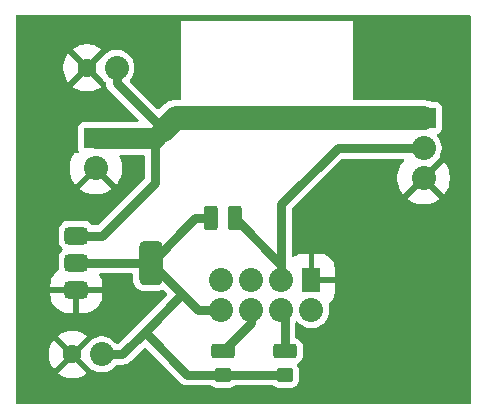
<source format=gbr>
%TF.GenerationSoftware,KiCad,Pcbnew,9.0.6-9.0.6~ubuntu24.04.1*%
%TF.CreationDate,2025-12-31T19:02:38+05:30*%
%TF.ProjectId,wled-esp01-controller,776c6564-2d65-4737-9030-312d636f6e74,rev?*%
%TF.SameCoordinates,PX5ee3fe0PY57f9f90*%
%TF.FileFunction,Copper,L2,Bot*%
%TF.FilePolarity,Positive*%
%FSLAX46Y46*%
G04 Gerber Fmt 4.6, Leading zero omitted, Abs format (unit mm)*
G04 Created by KiCad (PCBNEW 9.0.6-9.0.6~ubuntu24.04.1) date 2025-12-31 19:02:38*
%MOMM*%
%LPD*%
G01*
G04 APERTURE LIST*
G04 Aperture macros list*
%AMRoundRect*
0 Rectangle with rounded corners*
0 $1 Rounding radius*
0 $2 $3 $4 $5 $6 $7 $8 $9 X,Y pos of 4 corners*
0 Add a 4 corners polygon primitive as box body*
4,1,4,$2,$3,$4,$5,$6,$7,$8,$9,$2,$3,0*
0 Add four circle primitives for the rounded corners*
1,1,$1+$1,$2,$3*
1,1,$1+$1,$4,$5*
1,1,$1+$1,$6,$7*
1,1,$1+$1,$8,$9*
0 Add four rect primitives between the rounded corners*
20,1,$1+$1,$2,$3,$4,$5,0*
20,1,$1+$1,$4,$5,$6,$7,0*
20,1,$1+$1,$6,$7,$8,$9,0*
20,1,$1+$1,$8,$9,$2,$3,0*%
G04 Aperture macros list end*
%TA.AperFunction,SMDPad,CuDef*%
%ADD10RoundRect,0.250000X0.450000X-0.350000X0.450000X0.350000X-0.450000X0.350000X-0.450000X-0.350000X0*%
%TD*%
%TA.AperFunction,SMDPad,CuDef*%
%ADD11RoundRect,0.250000X0.770000X-0.350000X0.770000X0.350000X-0.770000X0.350000X-0.770000X-0.350000X0*%
%TD*%
%TA.AperFunction,ComponentPad*%
%ADD12R,2.040000X1.700000*%
%TD*%
%TA.AperFunction,ComponentPad*%
%ADD13C,2.040000*%
%TD*%
%TA.AperFunction,ComponentPad*%
%ADD14C,1.600000*%
%TD*%
%TA.AperFunction,SMDPad,CuDef*%
%ADD15RoundRect,0.375000X-0.625000X-0.375000X0.625000X-0.375000X0.625000X0.375000X-0.625000X0.375000X0*%
%TD*%
%TA.AperFunction,SMDPad,CuDef*%
%ADD16RoundRect,0.500000X-0.500000X-1.400000X0.500000X-1.400000X0.500000X1.400000X-0.500000X1.400000X0*%
%TD*%
%TA.AperFunction,ComponentPad*%
%ADD17R,1.508000X2.040000*%
%TD*%
%TA.AperFunction,SMDPad,CuDef*%
%ADD18RoundRect,0.250000X0.350000X0.770000X-0.350000X0.770000X-0.350000X-0.770000X0.350000X-0.770000X0*%
%TD*%
%TA.AperFunction,Conductor*%
%ADD19C,2.040000*%
%TD*%
%TA.AperFunction,Conductor*%
%ADD20C,1.800000*%
%TD*%
%TA.AperFunction,Conductor*%
%ADD21C,0.770000*%
%TD*%
G04 APERTURE END LIST*
D10*
%TO.P,R2,1*%
%TO.N,/3.3V*%
X22750000Y2500000D03*
D11*
%TO.P,R2,2*%
%TO.N,Net-(U2-CH_PD)*%
X22750000Y4500000D03*
%TD*%
D10*
%TO.P,R1,1*%
%TO.N,/3.3V*%
X17500000Y2500000D03*
D11*
%TO.P,R1,2*%
%TO.N,Net-(U2-~{RST})*%
X17500000Y4500000D03*
%TD*%
D12*
%TO.P,J2,1,Pin_1*%
%TO.N,+5V*%
X34500000Y24250000D03*
D13*
%TO.P,J2,2,Pin_2*%
%TO.N,WledData*%
X34500000Y21710000D03*
%TO.P,J2,3,Pin_3*%
%TO.N,GND*%
X34500000Y19170000D03*
%TD*%
%TO.P,C1,1*%
%TO.N,+5V*%
X8500000Y28500000D03*
D14*
%TO.P,C1,2*%
%TO.N,GND*%
X6000000Y28500000D03*
%TD*%
D15*
%TO.P,U1,1,GND*%
%TO.N,GND*%
X5100000Y9700000D03*
%TO.P,U1,2,VO*%
%TO.N,/3.3V*%
X5100000Y12000000D03*
D16*
X11400000Y12000000D03*
D15*
%TO.P,U1,3,VI*%
%TO.N,+5V*%
X5100000Y14300000D03*
%TD*%
D17*
%TO.P,U2,1,GND*%
%TO.N,GND*%
X25005000Y10540000D03*
D13*
%TO.P,U2,2,GPIO2*%
%TO.N,WledData*%
X22465000Y10540000D03*
%TO.P,U2,3,GPIO0*%
%TO.N,unconnected-(U2-GPIO0-Pad3)*%
X19925000Y10540000D03*
%TO.P,U2,4,RXD*%
%TO.N,unconnected-(U2-RXD-Pad4)*%
X17385000Y10540000D03*
%TO.P,U2,5,VCC*%
%TO.N,/3.3V*%
X17385000Y8000000D03*
%TO.P,U2,6,~{RST}*%
%TO.N,Net-(U2-~{RST})*%
X19925000Y8000000D03*
%TO.P,U2,7,CH_PD*%
%TO.N,Net-(U2-CH_PD)*%
X22465000Y8000000D03*
%TO.P,U2,8,TXD*%
%TO.N,unconnected-(U2-TXD-Pad8)*%
X25005000Y8000000D03*
%TD*%
D18*
%TO.P,R3,1*%
%TO.N,WledData*%
X18500000Y15750000D03*
%TO.P,R3,2*%
%TO.N,/3.3V*%
X16500000Y15750000D03*
%TD*%
D12*
%TO.P,J1,1,Pin_1*%
%TO.N,+5V*%
X6750000Y22540000D03*
D13*
%TO.P,J1,2,Pin_2*%
%TO.N,GND*%
X6750000Y20000000D03*
%TD*%
%TO.P,C2,1*%
%TO.N,/3.3V*%
X7250000Y4250000D03*
D14*
%TO.P,C2,2*%
%TO.N,GND*%
X4750000Y4250000D03*
%TD*%
D19*
%TO.N,+5V*%
X13500000Y24250000D02*
X34500000Y24250000D01*
D20*
X6750000Y22540000D02*
X11790000Y22540000D01*
D21*
X5100000Y14300000D02*
X7300000Y14300000D01*
X8500000Y27250000D02*
X12500000Y23250000D01*
D19*
X12500000Y23250000D02*
X13500000Y24250000D01*
D21*
X7300000Y14300000D02*
X11790000Y18790000D01*
X8500000Y28500000D02*
X8500000Y27250000D01*
X11790000Y18790000D02*
X11790000Y22540000D01*
X11790000Y22540000D02*
X12500000Y23250000D01*
%TO.N,WledData*%
X27290000Y21710000D02*
X34500000Y21710000D01*
X22465000Y16965000D02*
X27250000Y21750000D01*
X22465000Y10540000D02*
X22465000Y16965000D01*
X27250000Y21750000D02*
X27290000Y21710000D01*
X18500000Y15750000D02*
X22465000Y11785000D01*
X22465000Y11785000D02*
X22465000Y10540000D01*
%TO.N,/3.3V*%
X14500000Y2500000D02*
X10875000Y6125000D01*
X17500000Y2500000D02*
X14500000Y2500000D01*
X15150000Y15750000D02*
X16500000Y15750000D01*
X15400000Y8000000D02*
X14075000Y9325000D01*
X5100000Y12000000D02*
X11400000Y12000000D01*
X7250000Y4250000D02*
X9000000Y4250000D01*
X14075000Y9325000D02*
X11400000Y12000000D01*
X17500000Y2500000D02*
X22750000Y2500000D01*
X11400000Y12000000D02*
X15150000Y15750000D01*
X10875000Y6125000D02*
X14075000Y9325000D01*
X9000000Y4250000D02*
X10875000Y6125000D01*
X17385000Y8000000D02*
X15400000Y8000000D01*
%TO.N,Net-(U2-~{RST})*%
X17500000Y4500000D02*
X19925000Y6925000D01*
X19925000Y6925000D02*
X19925000Y8000000D01*
%TO.N,Net-(U2-CH_PD)*%
X22750000Y4500000D02*
X22750000Y7715000D01*
X22750000Y7715000D02*
X22465000Y8000000D01*
%TD*%
%TA.AperFunction,Conductor*%
%TO.N,GND*%
G36*
X6220111Y20867597D02*
G01*
X6264458Y20839096D01*
X6620591Y20482963D01*
X6557007Y20465925D01*
X6442993Y20400099D01*
X6349901Y20307007D01*
X6284075Y20192993D01*
X6267037Y20129409D01*
X5910904Y20485542D01*
X5877419Y20546865D01*
X5882403Y20616557D01*
X5910904Y20660904D01*
X6089096Y20839096D01*
X6150419Y20872581D01*
X6220111Y20867597D01*
G37*
%TD.AperFunction*%
%TA.AperFunction,Conductor*%
G36*
X38442539Y32979815D02*
G01*
X38488294Y32927011D01*
X38499500Y32875500D01*
X38499500Y124500D01*
X38479815Y57461D01*
X38427011Y11706D01*
X38375500Y500D01*
X124500Y500D01*
X57461Y20185D01*
X11706Y72989D01*
X500Y124500D01*
X500Y4381095D01*
X2750000Y4381095D01*
X2750000Y4118906D01*
X2784220Y3858991D01*
X2784222Y3858980D01*
X2852075Y3605745D01*
X2952404Y3363529D01*
X2952409Y3363518D01*
X3083488Y3136484D01*
X3083494Y3136476D01*
X3170080Y3023635D01*
X4350000Y4203555D01*
X4350000Y4197339D01*
X4377259Y4095606D01*
X4429920Y4004394D01*
X4504394Y3929920D01*
X4595606Y3877259D01*
X4697339Y3850000D01*
X4703553Y3850000D01*
X3523633Y2670083D01*
X3523633Y2670082D01*
X3636475Y2583495D01*
X3636483Y2583489D01*
X3863517Y2452410D01*
X3863528Y2452405D01*
X4105744Y2352076D01*
X4358979Y2284223D01*
X4358990Y2284221D01*
X4618905Y2250001D01*
X4618920Y2250000D01*
X4881080Y2250000D01*
X4881094Y2250001D01*
X5141009Y2284221D01*
X5141020Y2284223D01*
X5394255Y2352076D01*
X5636471Y2452405D01*
X5636482Y2452410D01*
X5863516Y2583489D01*
X5863534Y2583501D01*
X5976365Y2670081D01*
X5976365Y2670083D01*
X4796447Y3850000D01*
X4802661Y3850000D01*
X4904394Y3877259D01*
X4995606Y3929920D01*
X5070080Y4004394D01*
X5122741Y4095606D01*
X5150000Y4197339D01*
X5150000Y4203553D01*
X6073054Y3280499D01*
X6085690Y3265704D01*
X6090222Y3259467D01*
X6090229Y3259458D01*
X6180351Y3169337D01*
X6259461Y3090227D01*
X6259464Y3090225D01*
X6265701Y3085693D01*
X6326009Y3041878D01*
X6453084Y2949552D01*
X6550295Y2900020D01*
X6666325Y2840899D01*
X6666327Y2840899D01*
X6666330Y2840897D01*
X6893949Y2766939D01*
X7015735Y2747651D01*
X7130329Y2729500D01*
X7130334Y2729500D01*
X7369671Y2729500D01*
X7474135Y2746047D01*
X7606051Y2766939D01*
X7833670Y2840897D01*
X8046916Y2949552D01*
X8240539Y3090227D01*
X8409773Y3259461D01*
X8448950Y3313385D01*
X8504279Y3356051D01*
X8549269Y3364500D01*
X8906652Y3364500D01*
X8906672Y3364499D01*
X8912786Y3364499D01*
X9087216Y3364499D01*
X9202307Y3387393D01*
X9258291Y3398529D01*
X9419442Y3465280D01*
X9523507Y3534814D01*
X9525070Y3535858D01*
X9533713Y3541634D01*
X9564474Y3562187D01*
X9687813Y3685526D01*
X9687814Y3685528D01*
X9694880Y3692594D01*
X9694883Y3692598D01*
X10787319Y4785035D01*
X10848640Y4818518D01*
X10918332Y4813534D01*
X10962679Y4785033D01*
X13935522Y1812190D01*
X13935526Y1812187D01*
X14080551Y1715284D01*
X14080557Y1715281D01*
X14080558Y1715280D01*
X14241709Y1648529D01*
X14241713Y1648529D01*
X14241714Y1648528D01*
X14412783Y1614499D01*
X14412786Y1614499D01*
X14593328Y1614499D01*
X14593348Y1614500D01*
X16472770Y1614500D01*
X16539809Y1594815D01*
X16560451Y1578181D01*
X16581344Y1557288D01*
X16730666Y1465186D01*
X16897203Y1410001D01*
X16999991Y1399500D01*
X18000008Y1399501D01*
X18000016Y1399502D01*
X18000019Y1399502D01*
X18056302Y1405252D01*
X18102797Y1410001D01*
X18269334Y1465186D01*
X18418656Y1557288D01*
X18439549Y1578181D01*
X18500872Y1611666D01*
X18527230Y1614500D01*
X21722770Y1614500D01*
X21789809Y1594815D01*
X21810451Y1578181D01*
X21831344Y1557288D01*
X21980666Y1465186D01*
X22147203Y1410001D01*
X22249991Y1399500D01*
X23250008Y1399501D01*
X23250016Y1399502D01*
X23250019Y1399502D01*
X23306302Y1405252D01*
X23352797Y1410001D01*
X23519334Y1465186D01*
X23668656Y1557288D01*
X23792712Y1681344D01*
X23884814Y1830666D01*
X23939999Y1997203D01*
X23950500Y2099991D01*
X23950499Y2900008D01*
X23939999Y3002797D01*
X23884814Y3169334D01*
X23805184Y3298435D01*
X23786745Y3365826D01*
X23807668Y3432489D01*
X23845625Y3469067D01*
X23988656Y3557288D01*
X24112712Y3681344D01*
X24204814Y3830666D01*
X24259999Y3997203D01*
X24270500Y4099991D01*
X24270499Y4900008D01*
X24259999Y5002797D01*
X24204814Y5169334D01*
X24112712Y5318656D01*
X23988656Y5442712D01*
X23839334Y5534814D01*
X23720495Y5574194D01*
X23663051Y5613966D01*
X23636228Y5678482D01*
X23635500Y5691899D01*
X23635500Y6919826D01*
X23655185Y6986865D01*
X23707989Y7032620D01*
X23777147Y7042564D01*
X23840703Y7013539D01*
X23847181Y7007507D01*
X24014462Y6840226D01*
X24014467Y6840222D01*
X24097410Y6779961D01*
X24208084Y6699552D01*
X24343961Y6630319D01*
X24421325Y6590899D01*
X24421327Y6590899D01*
X24421330Y6590897D01*
X24648949Y6516939D01*
X24770735Y6497651D01*
X24885329Y6479500D01*
X24885334Y6479500D01*
X25124671Y6479500D01*
X25229135Y6496047D01*
X25361051Y6516939D01*
X25588670Y6590897D01*
X25801916Y6699552D01*
X25995539Y6840227D01*
X26164773Y7009461D01*
X26305448Y7203084D01*
X26414103Y7416330D01*
X26488061Y7643949D01*
X26515378Y7816424D01*
X26525500Y7880329D01*
X26525500Y8119672D01*
X26488061Y8356052D01*
X26473329Y8401390D01*
X26461222Y8438650D01*
X26459227Y8508489D01*
X26495307Y8568322D01*
X26509081Y8579270D01*
X26528902Y8592847D01*
X26686156Y8750101D01*
X26811839Y8933576D01*
X26901663Y9137009D01*
X26901669Y9137025D01*
X26952582Y9353492D01*
X26952584Y9353508D01*
X26959000Y9445932D01*
X26959000Y10290000D01*
X25438012Y10290000D01*
X25470925Y10347007D01*
X25505000Y10474174D01*
X25505000Y10605826D01*
X25470925Y10732993D01*
X25438012Y10790000D01*
X26958999Y10790000D01*
X26958999Y11634068D01*
X26952584Y11726492D01*
X26952582Y11726508D01*
X26901669Y11942976D01*
X26901663Y11942992D01*
X26811839Y12146425D01*
X26686156Y12329900D01*
X26528899Y12487157D01*
X26345424Y12612840D01*
X26141991Y12702664D01*
X26141975Y12702670D01*
X25925508Y12753583D01*
X25925492Y12753585D01*
X25833069Y12760000D01*
X25255000Y12760000D01*
X25255000Y10973012D01*
X25197993Y11005925D01*
X25070826Y11040000D01*
X24939174Y11040000D01*
X24812007Y11005925D01*
X24755000Y10973012D01*
X24755000Y12760000D01*
X24176932Y12760000D01*
X24084508Y12753585D01*
X24084492Y12753583D01*
X23868024Y12702670D01*
X23868008Y12702664D01*
X23664575Y12612840D01*
X23544577Y12530639D01*
X23478145Y12508993D01*
X23410556Y12526698D01*
X23363269Y12578134D01*
X23350500Y12632939D01*
X23350500Y16546852D01*
X23370185Y16613891D01*
X23386819Y16634533D01*
X27540467Y20788181D01*
X27601790Y20821666D01*
X27628148Y20824500D01*
X32719847Y20824500D01*
X32786886Y20804815D01*
X32832641Y20752011D01*
X32842585Y20682853D01*
X32818223Y20625014D01*
X32650183Y20406021D01*
X32650173Y20406006D01*
X32504672Y20153991D01*
X32504665Y20153977D01*
X32393305Y19885128D01*
X32317984Y19604027D01*
X32280001Y19315516D01*
X32280000Y19315500D01*
X32280000Y19024501D01*
X32280001Y19024485D01*
X32317984Y18735974D01*
X32393305Y18454873D01*
X32504665Y18186024D01*
X32504672Y18186009D01*
X32650176Y17933989D01*
X32763172Y17786729D01*
X32763173Y17786729D01*
X34017037Y19040592D01*
X34034075Y18977007D01*
X34099901Y18862993D01*
X34192993Y18769901D01*
X34307007Y18704075D01*
X34370591Y18687038D01*
X33116727Y17433175D01*
X33116727Y17433174D01*
X33263988Y17320177D01*
X33516008Y17174673D01*
X33516023Y17174666D01*
X33784872Y17063306D01*
X34065973Y16987985D01*
X34354484Y16950002D01*
X34354501Y16950000D01*
X34645499Y16950000D01*
X34645515Y16950002D01*
X34934026Y16987985D01*
X35215127Y17063306D01*
X35483976Y17174666D01*
X35483990Y17174673D01*
X35736005Y17320174D01*
X35736012Y17320179D01*
X35883271Y17433175D01*
X34629408Y18687038D01*
X34692993Y18704075D01*
X34807007Y18769901D01*
X34900099Y18862993D01*
X34965925Y18977007D01*
X34982962Y19040592D01*
X36236825Y17786729D01*
X36349821Y17933988D01*
X36349826Y17933995D01*
X36495327Y18186010D01*
X36495334Y18186024D01*
X36606694Y18454873D01*
X36682015Y18735974D01*
X36719998Y19024485D01*
X36720000Y19024501D01*
X36720000Y19315500D01*
X36719998Y19315516D01*
X36682015Y19604027D01*
X36606694Y19885128D01*
X36495334Y20153977D01*
X36495327Y20153992D01*
X36349823Y20406012D01*
X36236825Y20553273D01*
X34982962Y19299410D01*
X34965925Y19362993D01*
X34900099Y19477007D01*
X34807007Y19570099D01*
X34692993Y19635925D01*
X34629408Y19652963D01*
X35883272Y20906827D01*
X35882405Y20920047D01*
X35862051Y20947922D01*
X35857896Y21017668D01*
X35868250Y21046154D01*
X35909103Y21126330D01*
X35983061Y21353949D01*
X36003953Y21485865D01*
X36020500Y21590329D01*
X36020500Y21829672D01*
X36000644Y21955030D01*
X35983061Y22066051D01*
X35909103Y22293670D01*
X35909101Y22293673D01*
X35909101Y22293675D01*
X35835657Y22437814D01*
X35800448Y22506916D01*
X35665119Y22693181D01*
X35659778Y22700533D01*
X35659774Y22700538D01*
X35637856Y22722456D01*
X35604371Y22783779D01*
X35609355Y22853471D01*
X35651227Y22909404D01*
X35682205Y22926319D01*
X35762326Y22956202D01*
X35762326Y22956203D01*
X35762331Y22956204D01*
X35877546Y23042454D01*
X35963796Y23157669D01*
X36014091Y23292517D01*
X36020500Y23352127D01*
X36020500Y24240539D01*
X36020500Y24369666D01*
X36020500Y24377261D01*
X36020499Y24377279D01*
X36020499Y25147871D01*
X36020498Y25147877D01*
X36014091Y25207484D01*
X35963797Y25342329D01*
X35963793Y25342336D01*
X35877547Y25457545D01*
X35877544Y25457548D01*
X35762335Y25543794D01*
X35762328Y25543798D01*
X35627482Y25594092D01*
X35627483Y25594092D01*
X35567883Y25600499D01*
X35567881Y25600500D01*
X35567873Y25600500D01*
X35567865Y25600500D01*
X35228455Y25600500D01*
X35172160Y25614015D01*
X35083674Y25659102D01*
X34856051Y25733061D01*
X34619671Y25770500D01*
X34619666Y25770500D01*
X28624000Y25770500D01*
X28556961Y25790185D01*
X28511206Y25842989D01*
X28500000Y25894500D01*
X28500000Y32500000D01*
X14000000Y32500000D01*
X14000000Y25894500D01*
X13980315Y25827461D01*
X13927511Y25781706D01*
X13876000Y25770500D01*
X13624802Y25770500D01*
X13624778Y25770501D01*
X13619667Y25770501D01*
X13380334Y25770501D01*
X13301539Y25758021D01*
X13143947Y25733061D01*
X12916333Y25659106D01*
X12916330Y25659105D01*
X12703083Y25550449D01*
X12592614Y25470188D01*
X12509461Y25409773D01*
X12509459Y25409771D01*
X12509458Y25409771D01*
X12138668Y25038980D01*
X12077345Y25005495D01*
X12007653Y25010479D01*
X11963306Y25038980D01*
X9663920Y27338366D01*
X9630435Y27399689D01*
X9635419Y27469381D01*
X9657319Y27506588D01*
X9659778Y27509467D01*
X9735375Y27613518D01*
X9800448Y27703084D01*
X9909103Y27916330D01*
X9983061Y28143949D01*
X10015000Y28345606D01*
X10020500Y28380329D01*
X10020500Y28619672D01*
X9983456Y28853554D01*
X9983061Y28856051D01*
X9909103Y29083670D01*
X9909101Y29083673D01*
X9909101Y29083675D01*
X9869681Y29161039D01*
X9800448Y29296916D01*
X9735374Y29386483D01*
X9659778Y29490533D01*
X9659774Y29490538D01*
X9490537Y29659775D01*
X9490532Y29659779D01*
X9296919Y29800446D01*
X9296918Y29800447D01*
X9296916Y29800448D01*
X9230324Y29834379D01*
X9083674Y29909102D01*
X8856051Y29983061D01*
X8619671Y30020500D01*
X8619666Y30020500D01*
X8380334Y30020500D01*
X8380329Y30020500D01*
X8143948Y29983061D01*
X7916325Y29909102D01*
X7703081Y29800447D01*
X7635628Y29751440D01*
X7515717Y29664321D01*
X7515710Y29664314D01*
X7509462Y29659774D01*
X7509458Y29659771D01*
X7340229Y29490542D01*
X7340226Y29490538D01*
X7335686Y29484290D01*
X7323056Y29469505D01*
X6400000Y28546449D01*
X6400000Y28552661D01*
X6372741Y28654394D01*
X6320080Y28745606D01*
X6245606Y28820080D01*
X6154394Y28872741D01*
X6052661Y28900000D01*
X6046445Y28900000D01*
X7226365Y30079920D01*
X7113524Y30166506D01*
X7113516Y30166512D01*
X6886482Y30297591D01*
X6886471Y30297596D01*
X6644255Y30397925D01*
X6391020Y30465778D01*
X6391009Y30465780D01*
X6131094Y30500000D01*
X5868905Y30500000D01*
X5608990Y30465780D01*
X5608979Y30465778D01*
X5355744Y30397925D01*
X5113528Y30297596D01*
X5113517Y30297591D01*
X4886471Y30166504D01*
X4773633Y30079921D01*
X4773633Y30079920D01*
X5953553Y28900000D01*
X5947339Y28900000D01*
X5845606Y28872741D01*
X5754394Y28820080D01*
X5679920Y28745606D01*
X5627259Y28654394D01*
X5600000Y28552661D01*
X5600000Y28546447D01*
X4420080Y29726367D01*
X4420079Y29726367D01*
X4333496Y29613529D01*
X4202409Y29386483D01*
X4202404Y29386472D01*
X4102075Y29144256D01*
X4034222Y28891021D01*
X4034220Y28891010D01*
X4000000Y28631095D01*
X4000000Y28368906D01*
X4034220Y28108991D01*
X4034222Y28108980D01*
X4102075Y27855745D01*
X4202404Y27613529D01*
X4202409Y27613518D01*
X4333488Y27386484D01*
X4333494Y27386476D01*
X4420080Y27273635D01*
X5600000Y28453555D01*
X5600000Y28447339D01*
X5627259Y28345606D01*
X5679920Y28254394D01*
X5754394Y28179920D01*
X5845606Y28127259D01*
X5947339Y28100000D01*
X5953553Y28100000D01*
X4773633Y26920083D01*
X4773633Y26920082D01*
X4886475Y26833495D01*
X4886483Y26833489D01*
X5113517Y26702410D01*
X5113528Y26702405D01*
X5355744Y26602076D01*
X5608979Y26534223D01*
X5608990Y26534221D01*
X5868905Y26500001D01*
X5868920Y26500000D01*
X6131080Y26500000D01*
X6131094Y26500001D01*
X6391009Y26534221D01*
X6391020Y26534223D01*
X6644255Y26602076D01*
X6886471Y26702405D01*
X6886482Y26702410D01*
X7113516Y26833489D01*
X7113534Y26833501D01*
X7226365Y26920081D01*
X7226365Y26920083D01*
X6046447Y28100000D01*
X6052661Y28100000D01*
X6154394Y28127259D01*
X6245606Y28179920D01*
X6320080Y28254394D01*
X6372741Y28345606D01*
X6400000Y28447339D01*
X6400000Y28453553D01*
X7323054Y27530499D01*
X7335690Y27515704D01*
X7340222Y27509467D01*
X7340229Y27509458D01*
X7449999Y27399689D01*
X7509461Y27340227D01*
X7515703Y27335692D01*
X7530494Y27323058D01*
X7578179Y27275374D01*
X7611665Y27214051D01*
X7614499Y27187692D01*
X7614499Y27162785D01*
X7628799Y27090898D01*
X7628799Y27090896D01*
X7648527Y26991717D01*
X7648529Y26991709D01*
X7715278Y26830561D01*
X7715283Y26830552D01*
X7812186Y26685527D01*
X7812189Y26685523D01*
X7939845Y26557867D01*
X7939867Y26557847D01*
X10345533Y24152181D01*
X10379018Y24090858D01*
X10374034Y24021166D01*
X10332162Y23965233D01*
X10266698Y23940816D01*
X10257852Y23940500D01*
X6639778Y23940500D01*
X6530913Y23923258D01*
X6422048Y23906015D01*
X6392971Y23896568D01*
X6354656Y23890500D01*
X5682129Y23890500D01*
X5682123Y23890499D01*
X5622516Y23884092D01*
X5487671Y23833798D01*
X5487664Y23833794D01*
X5372455Y23747548D01*
X5372452Y23747545D01*
X5286206Y23632336D01*
X5286202Y23632329D01*
X5235908Y23497483D01*
X5229501Y23437884D01*
X5229500Y23437865D01*
X5229500Y21642130D01*
X5229501Y21642124D01*
X5235908Y21582517D01*
X5287720Y21443603D01*
X5292704Y21373911D01*
X5259219Y21312588D01*
X5197895Y21279104D01*
X5128204Y21284089D01*
X5083857Y21312589D01*
X5013173Y21383273D01*
X5013172Y21383273D01*
X4900177Y21236012D01*
X4900170Y21236003D01*
X4754672Y20983992D01*
X4754665Y20983977D01*
X4643305Y20715128D01*
X4567984Y20434027D01*
X4530001Y20145516D01*
X4530000Y20145500D01*
X4530000Y19854501D01*
X4530001Y19854485D01*
X4567984Y19565974D01*
X4643305Y19284873D01*
X4754665Y19016024D01*
X4754672Y19016009D01*
X4900176Y18763989D01*
X5013172Y18616729D01*
X5013173Y18616729D01*
X6267037Y19870592D01*
X6284075Y19807007D01*
X6349901Y19692993D01*
X6442993Y19599901D01*
X6557007Y19534075D01*
X6620591Y19517038D01*
X5366727Y18263175D01*
X5366727Y18263174D01*
X5513988Y18150177D01*
X5766008Y18004673D01*
X5766023Y18004666D01*
X6034872Y17893306D01*
X6315973Y17817985D01*
X6604484Y17780002D01*
X6604501Y17780000D01*
X6895499Y17780000D01*
X6895515Y17780002D01*
X7184026Y17817985D01*
X7465127Y17893306D01*
X7733976Y18004666D01*
X7733990Y18004673D01*
X7986005Y18150174D01*
X7986012Y18150179D01*
X8133271Y18263175D01*
X6879408Y19517038D01*
X6942993Y19534075D01*
X7057007Y19599901D01*
X7150099Y19692993D01*
X7215925Y19807007D01*
X7232962Y19870592D01*
X8486825Y18616729D01*
X8599821Y18763988D01*
X8599826Y18763995D01*
X8745327Y19016010D01*
X8745334Y19016024D01*
X8856694Y19284873D01*
X8932015Y19565974D01*
X8969998Y19854485D01*
X8970000Y19854501D01*
X8970000Y20145500D01*
X8969998Y20145516D01*
X8932015Y20434027D01*
X8856695Y20715125D01*
X8751932Y20968047D01*
X8744463Y21037517D01*
X8775738Y21099996D01*
X8835827Y21135648D01*
X8866493Y21139500D01*
X10780500Y21139500D01*
X10847539Y21119815D01*
X10893294Y21067011D01*
X10904500Y21015500D01*
X10904500Y19208148D01*
X10884815Y19141109D01*
X10868181Y19120467D01*
X6969533Y15221819D01*
X6908210Y15188334D01*
X6881852Y15185500D01*
X6497348Y15185500D01*
X6430309Y15205185D01*
X6400701Y15231813D01*
X6347722Y15297722D01*
X6347721Y15297723D01*
X6199295Y15417031D01*
X6199292Y15417033D01*
X6028697Y15501640D01*
X5843892Y15547600D01*
X5822506Y15549050D01*
X5801123Y15550500D01*
X5801120Y15550500D01*
X4398877Y15550500D01*
X4398874Y15550499D01*
X4356113Y15547601D01*
X4356112Y15547601D01*
X4171303Y15501640D01*
X4000707Y15417033D01*
X4000704Y15417031D01*
X3852278Y15297723D01*
X3852277Y15297722D01*
X3732969Y15149296D01*
X3732967Y15149293D01*
X3648360Y14978698D01*
X3602400Y14793893D01*
X3599500Y14751121D01*
X3599500Y13848878D01*
X3599501Y13848875D01*
X3602399Y13806114D01*
X3602399Y13806113D01*
X3648360Y13621304D01*
X3732967Y13450708D01*
X3732969Y13450705D01*
X3852277Y13302279D01*
X3852278Y13302278D01*
X3921486Y13246647D01*
X3961405Y13189304D01*
X3963985Y13119482D01*
X3928406Y13059349D01*
X3921486Y13053353D01*
X3852278Y12997723D01*
X3852277Y12997722D01*
X3732969Y12849296D01*
X3732967Y12849293D01*
X3648360Y12678698D01*
X3602400Y12493893D01*
X3599500Y12451121D01*
X3599500Y11548878D01*
X3599501Y11548875D01*
X3602399Y11506111D01*
X3605884Y11492097D01*
X3602957Y11422289D01*
X3562754Y11365145D01*
X3555404Y11360030D01*
X3555430Y11359994D01*
X3551385Y11357081D01*
X3357683Y11192317D01*
X3192925Y10998622D01*
X3192918Y10998611D01*
X3061369Y10781003D01*
X3061366Y10780998D01*
X2966423Y10545095D01*
X2966423Y10545093D01*
X2910550Y10297014D01*
X2910549Y10297007D01*
X2900000Y10147581D01*
X2900000Y9950000D01*
X7300000Y9950000D01*
X7300000Y10147578D01*
X7299999Y10147581D01*
X7289450Y10297007D01*
X7289449Y10297014D01*
X7233576Y10545093D01*
X7233576Y10545095D01*
X7138633Y10780998D01*
X7138630Y10781003D01*
X7050765Y10926350D01*
X7032929Y10993905D01*
X7054447Y11060378D01*
X7108487Y11104666D01*
X7156882Y11114500D01*
X9775501Y11114500D01*
X9842540Y11094815D01*
X9888295Y11042011D01*
X9899501Y10990500D01*
X9899501Y10541966D01*
X9910113Y10422585D01*
X9966089Y10226955D01*
X9966090Y10226952D01*
X9966091Y10226951D01*
X10060302Y10046593D01*
X10060304Y10046591D01*
X10188890Y9888891D01*
X10282803Y9812316D01*
X10346593Y9760302D01*
X10526951Y9666091D01*
X10722582Y9610114D01*
X10841963Y9599500D01*
X11958036Y9599501D01*
X12077418Y9610114D01*
X12273049Y9666091D01*
X12329350Y9695501D01*
X12397882Y9709092D01*
X12462885Y9683474D01*
X12474441Y9673273D01*
X12735033Y9412681D01*
X12768518Y9351358D01*
X12763534Y9281666D01*
X12735033Y9237319D01*
X8669533Y5171819D01*
X8642605Y5157116D01*
X8616787Y5140523D01*
X8610586Y5139632D01*
X8608210Y5138334D01*
X8581852Y5135500D01*
X8549269Y5135500D01*
X8482230Y5155185D01*
X8448950Y5186616D01*
X8409776Y5240536D01*
X8240537Y5409775D01*
X8240532Y5409779D01*
X8046919Y5550446D01*
X8046918Y5550447D01*
X8046916Y5550448D01*
X7969293Y5589999D01*
X7833674Y5659102D01*
X7606051Y5733061D01*
X7369671Y5770500D01*
X7369666Y5770500D01*
X7130334Y5770500D01*
X7130329Y5770500D01*
X6893948Y5733061D01*
X6666325Y5659102D01*
X6453081Y5550447D01*
X6385628Y5501440D01*
X6265717Y5414321D01*
X6265710Y5414314D01*
X6259462Y5409774D01*
X6259458Y5409771D01*
X6090229Y5240542D01*
X6090226Y5240538D01*
X6085686Y5234290D01*
X6073056Y5219505D01*
X5150000Y4296449D01*
X5150000Y4302661D01*
X5122741Y4404394D01*
X5070080Y4495606D01*
X4995606Y4570080D01*
X4904394Y4622741D01*
X4802661Y4650000D01*
X4796445Y4650000D01*
X5976365Y5829920D01*
X5863524Y5916506D01*
X5863516Y5916512D01*
X5636482Y6047591D01*
X5636471Y6047596D01*
X5394255Y6147925D01*
X5141020Y6215778D01*
X5141009Y6215780D01*
X4881094Y6250000D01*
X4618905Y6250000D01*
X4358990Y6215780D01*
X4358979Y6215778D01*
X4105744Y6147925D01*
X3863528Y6047596D01*
X3863517Y6047591D01*
X3636471Y5916504D01*
X3523633Y5829921D01*
X3523633Y5829920D01*
X4703553Y4650000D01*
X4697339Y4650000D01*
X4595606Y4622741D01*
X4504394Y4570080D01*
X4429920Y4495606D01*
X4377259Y4404394D01*
X4350000Y4302661D01*
X4350000Y4296447D01*
X3170080Y5476367D01*
X3170079Y5476367D01*
X3083496Y5363529D01*
X2952409Y5136483D01*
X2952404Y5136472D01*
X2852075Y4894256D01*
X2784222Y4641021D01*
X2784220Y4641010D01*
X2750000Y4381095D01*
X500Y4381095D01*
X500Y9252420D01*
X2900000Y9252420D01*
X2910549Y9102994D01*
X2910550Y9102987D01*
X2966423Y8854908D01*
X2966423Y8854906D01*
X3061366Y8619003D01*
X3061369Y8618998D01*
X3192918Y8401390D01*
X3192925Y8401379D01*
X3357683Y8207684D01*
X3551378Y8042926D01*
X3551389Y8042919D01*
X3768997Y7911370D01*
X3769002Y7911367D01*
X4004906Y7816424D01*
X4252986Y7760551D01*
X4252993Y7760550D01*
X4402419Y7750001D01*
X4402422Y7750000D01*
X4850000Y7750000D01*
X5350000Y7750000D01*
X5797578Y7750000D01*
X5797580Y7750001D01*
X5947006Y7760550D01*
X5947013Y7760551D01*
X6195092Y7816424D01*
X6195094Y7816424D01*
X6430997Y7911367D01*
X6431002Y7911370D01*
X6648610Y8042919D01*
X6648621Y8042926D01*
X6842316Y8207684D01*
X7007074Y8401379D01*
X7007081Y8401390D01*
X7138630Y8618998D01*
X7138633Y8619003D01*
X7233576Y8854906D01*
X7233576Y8854908D01*
X7289449Y9102987D01*
X7289450Y9102994D01*
X7299999Y9252420D01*
X7300000Y9252422D01*
X7300000Y9450000D01*
X5350000Y9450000D01*
X5350000Y7750000D01*
X4850000Y7750000D01*
X4850000Y9450000D01*
X2900000Y9450000D01*
X2900000Y9252420D01*
X500Y9252420D01*
X500Y32875500D01*
X20185Y32942539D01*
X72989Y32988294D01*
X124500Y32999500D01*
X38375500Y32999500D01*
X38442539Y32979815D01*
G37*
%TD.AperFunction*%
%TD*%
M02*

</source>
